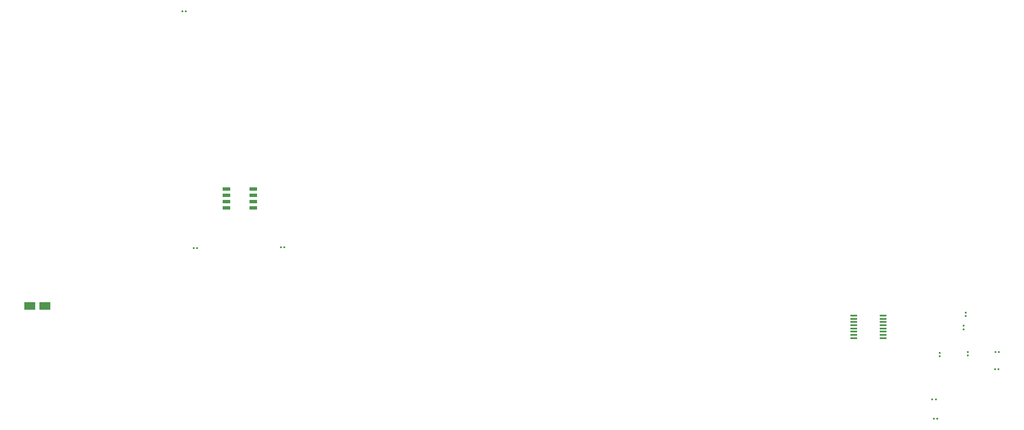
<source format=gbr>
%TF.GenerationSoftware,KiCad,Pcbnew,(7.0.0)*%
%TF.CreationDate,2023-04-07T11:52:31+02:00*%
%TF.ProjectId,projet codepo test,70726f6a-6574-4206-936f-6465706f2074,rev?*%
%TF.SameCoordinates,PX7414cc0PY6f80ec0*%
%TF.FileFunction,Paste,Top*%
%TF.FilePolarity,Positive*%
%FSLAX46Y46*%
G04 Gerber Fmt 4.6, Leading zero omitted, Abs format (unit mm)*
G04 Created by KiCad (PCBNEW (7.0.0)) date 2023-04-07 11:52:31*
%MOMM*%
%LPD*%
G01*
G04 APERTURE LIST*
G04 Aperture macros list*
%AMRoundRect*
0 Rectangle with rounded corners*
0 $1 Rounding radius*
0 $2 $3 $4 $5 $6 $7 $8 $9 X,Y pos of 4 corners*
0 Add a 4 corners polygon primitive as box body*
4,1,4,$2,$3,$4,$5,$6,$7,$8,$9,$2,$3,0*
0 Add four circle primitives for the rounded corners*
1,1,$1+$1,$2,$3*
1,1,$1+$1,$4,$5*
1,1,$1+$1,$6,$7*
1,1,$1+$1,$8,$9*
0 Add four rect primitives between the rounded corners*
20,1,$1+$1,$2,$3,$4,$5,0*
20,1,$1+$1,$4,$5,$6,$7,0*
20,1,$1+$1,$6,$7,$8,$9,0*
20,1,$1+$1,$8,$9,$2,$3,0*%
G04 Aperture macros list end*
%ADD10RoundRect,0.079500X0.079500X0.100500X-0.079500X0.100500X-0.079500X-0.100500X0.079500X-0.100500X0*%
%ADD11RoundRect,0.079500X-0.079500X-0.100500X0.079500X-0.100500X0.079500X0.100500X-0.079500X0.100500X0*%
%ADD12RoundRect,0.079500X0.100500X-0.079500X0.100500X0.079500X-0.100500X0.079500X-0.100500X-0.079500X0*%
%ADD13R,1.475000X0.450000*%
%ADD14R,2.200000X1.600000*%
%ADD15R,1.528000X0.650000*%
%ADD16RoundRect,0.079500X-0.100500X0.079500X-0.100500X-0.079500X0.100500X-0.079500X0.100500X0.079500X0*%
G04 APERTURE END LIST*
D10*
%TO.C,R10*%
X120946000Y2270000D03*
X120256000Y2270000D03*
%TD*%
D11*
%TO.C,R8*%
X-31160000Y80720000D03*
X-30470000Y80720000D03*
%TD*%
D12*
%TO.C,R3*%
X121756000Y11005000D03*
X121756000Y11695000D03*
%TD*%
D11*
%TO.C,R7*%
X-28885000Y32845000D03*
X-28195000Y32845000D03*
%TD*%
D13*
%TO.C,IC2*%
X110305999Y14694999D03*
X110305999Y15344999D03*
X110305999Y15994999D03*
X110305999Y16644999D03*
X110305999Y17294999D03*
X110305999Y17944999D03*
X110305999Y18594999D03*
X110305999Y19244999D03*
X104429999Y19244999D03*
X104429999Y18594999D03*
X104429999Y17944999D03*
X104429999Y17294999D03*
X104429999Y16644999D03*
X104429999Y15994999D03*
X104429999Y15344999D03*
X104429999Y14694999D03*
%TD*%
D11*
%TO.C,R9*%
X-11260000Y33020000D03*
X-10570000Y33020000D03*
%TD*%
%TO.C,R2*%
X132906000Y8420000D03*
X133596000Y8420000D03*
%TD*%
D12*
%TO.C,R6*%
X126536000Y16475000D03*
X126536000Y17165000D03*
%TD*%
D14*
%TO.C,C1*%
X-58969999Y21144999D03*
X-61969999Y21144999D03*
%TD*%
D11*
%TO.C,R11*%
X120541000Y-1630000D03*
X121231000Y-1630000D03*
%TD*%
D12*
%TO.C,R5*%
X127036000Y19125000D03*
X127036000Y19815000D03*
%TD*%
D15*
%TO.C,IC1*%
X-16883999Y40989999D03*
X-16883999Y42259999D03*
X-16883999Y43529999D03*
X-16883999Y44799999D03*
X-22305999Y44799999D03*
X-22305999Y43529999D03*
X-22305999Y42259999D03*
X-22305999Y40989999D03*
%TD*%
D16*
%TO.C,R4*%
X127456000Y11845000D03*
X127456000Y11155000D03*
%TD*%
D10*
%TO.C,R1*%
X133671000Y11895000D03*
X132981000Y11895000D03*
%TD*%
M02*

</source>
